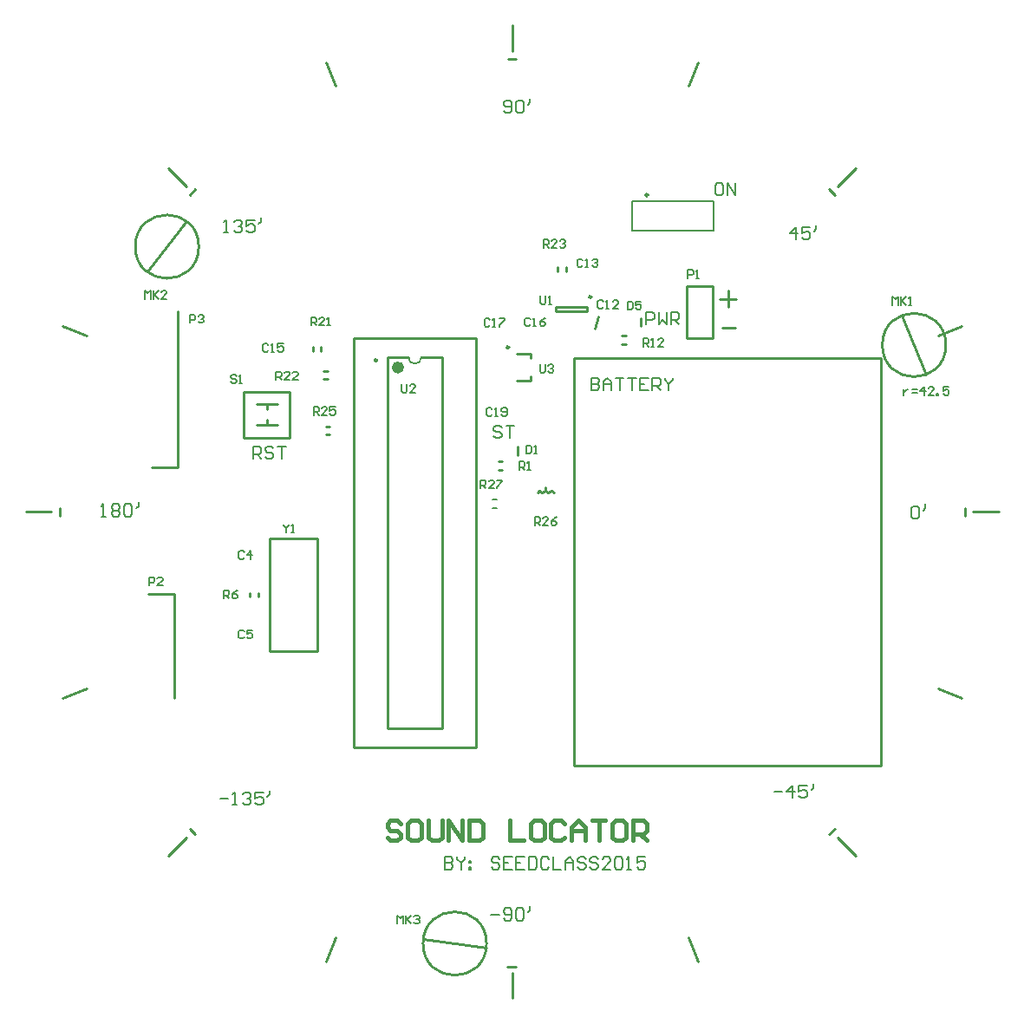
<source format=gto>
G04 Layer_Color=65535*
%FSLAX25Y25*%
%MOIN*%
G70*
G01*
G75*
%ADD24C,0.01000*%
%ADD40C,0.00984*%
%ADD41C,0.00787*%
%ADD42C,0.02362*%
%ADD43C,0.01575*%
D24*
X-9843Y-165945D02*
G03*
X-9843Y-165945I-12205J0D01*
G01*
X166732Y64152D02*
G03*
X166732Y64152I-12205J0D01*
G01*
X-120473Y101969D02*
G03*
X-120473Y101969I-12205J0D01*
G01*
X80709Y70866D02*
X85827D01*
X79921Y81890D02*
X86221D01*
X83071Y78740D02*
Y85039D01*
X12795Y9606D02*
X12835Y8071D01*
X15079D02*
X15984Y7402D01*
X13819Y7362D02*
X15079Y8071D01*
X12835D02*
X13819Y7362D01*
X11614D02*
X12835Y8071D01*
X10591Y8150D02*
X11614Y7362D01*
X9882Y7402D02*
X10591Y8150D01*
X-34148Y-164352D02*
X-9947Y-167538D01*
X149857Y75428D02*
X159198Y52877D01*
X-140107Y92286D02*
X-125247Y111651D01*
X-85433Y28543D02*
Y46260D01*
X-103150D02*
X-85433D01*
X-103150Y28543D02*
Y46260D01*
Y28543D02*
X-85433D01*
X-98228Y33465D02*
X-90354D01*
X-94291D02*
Y35433D01*
Y39370D02*
Y41339D01*
X-98228D02*
X-90354D01*
X-128661Y17047D02*
Y77047D01*
X-138661Y17047D02*
X-128661D01*
X2165Y21850D02*
Y25000D01*
X-5315Y16142D02*
X-3740D01*
X-5315Y19291D02*
X-3740D01*
X49409Y71457D02*
Y74606D01*
X42126Y64567D02*
X43701D01*
X42126Y67716D02*
X43701D01*
X17520Y92520D02*
Y94095D01*
X20669Y92520D02*
Y94095D01*
X-93209Y-53553D02*
Y-10226D01*
X-74902D01*
Y-53553D02*
Y-10226D01*
X-93209Y-53553D02*
X-74902D01*
X-47835Y-83071D02*
Y59449D01*
X-26969Y-83071D02*
Y59449D01*
X-47835D02*
X-39902D01*
X-34902D02*
X-26969D01*
X-47835Y-83071D02*
X-26969D01*
X16732Y76968D02*
X28937D01*
X16732Y78937D02*
X28937D01*
X16732Y76968D02*
Y78937D01*
X28937Y76968D02*
Y78937D01*
X174016Y-1575D02*
Y1575D01*
X121729Y123956D02*
X123956Y121729D01*
X-1575Y174016D02*
X1575D01*
X-123956Y121729D02*
X-121729Y123956D01*
X-174016Y-1575D02*
Y1575D01*
X-123956Y-121729D02*
X-121729Y-123956D01*
X-1772Y-174803D02*
X1378Y-174803D01*
X121729Y-123956D02*
X123956Y-121729D01*
X7185Y50295D02*
Y52067D01*
Y58957D02*
Y60742D01*
X1870Y60728D02*
X7185D01*
X1870Y50295D02*
X7185D01*
X67244Y66693D02*
Y86693D01*
X77244Y66693D02*
Y86693D01*
X67244Y66693D02*
X77244D01*
X67244Y86693D02*
X77244D01*
X-97638Y-32677D02*
Y-31102D01*
X-100787Y-32677D02*
Y-31102D01*
X-72441Y50984D02*
X-70866D01*
X-72441Y54134D02*
X-70866D01*
X-129842Y-71535D02*
Y-31535D01*
X-139842D02*
X-129842D01*
X-71654Y32874D02*
X-70079D01*
X-71654Y29724D02*
X-70079D01*
X-73425Y61811D02*
Y63386D01*
X-76575Y61811D02*
Y63386D01*
X163679Y67798D02*
X172773Y71565D01*
X31890Y70472D02*
X33268Y75197D01*
X125275Y125275D02*
X132235Y132235D01*
X-132235D02*
X-125275Y125275D01*
X-187008Y0D02*
X-177165D01*
X-132235Y-132235D02*
X-125275Y-125275D01*
X0Y-187008D02*
Y-177165D01*
X125275Y-125275D02*
X132235Y-132235D01*
X-61024Y66929D02*
X-13780D01*
Y-85630D02*
Y66929D01*
Y-90551D02*
Y-85630D01*
X-61024Y-90551D02*
X-13780D01*
X-61024D02*
Y66929D01*
X23622Y59055D02*
X141732D01*
X23622Y-97441D02*
Y59055D01*
Y-97441D02*
X141732D01*
X141732Y-97441D02*
Y59055D01*
X0Y177165D02*
Y187008D01*
X177165Y0D02*
X187008D01*
X163679Y67798D02*
X172773Y71565D01*
X125275Y125275D02*
X132235Y132235D01*
X67798Y163679D02*
X71565Y172773D01*
X0Y177165D02*
Y187008D01*
X-71565Y172773D02*
X-67798Y163679D01*
X-132235Y132235D02*
X-125275Y125275D01*
X-172773Y71565D02*
X-163679Y67798D01*
X-187008Y0D02*
X-177165D01*
X-172773Y-71565D02*
X-163679Y-67798D01*
X-132235Y-132235D02*
X-125275Y-125275D01*
X-71565Y-172773D02*
X-67798Y-163679D01*
X0Y-187008D02*
Y-177165D01*
X67798Y-163679D02*
X71565Y-172773D01*
X125275Y-125275D02*
X132235Y-132235D01*
X163679Y-67798D02*
X172773Y-71565D01*
D40*
X52264Y121850D02*
G03*
X52264Y121850I-492J0D01*
G01*
X-51909Y58307D02*
G03*
X-51909Y58307I-492J0D01*
G01*
X30512Y82677D02*
G03*
X30512Y82677I-492J0D01*
G01*
X-1181Y63287D02*
G03*
X-1181Y63287I-492J0D01*
G01*
D41*
X-39902Y59449D02*
G03*
X-34902Y59449I2500J0D01*
G01*
X46260Y108268D02*
Y119291D01*
Y108268D02*
X77284D01*
Y119291D01*
X46260D02*
X77284D01*
X-7480Y4724D02*
X-5906D01*
X-7480Y1575D02*
X-5906D01*
X-99606Y20472D02*
Y25195D01*
X-97245D01*
X-96458Y24408D01*
Y22834D01*
X-97245Y22047D01*
X-99606D01*
X-98032D02*
X-96458Y20472D01*
X-91735Y24408D02*
X-92522Y25195D01*
X-94096D01*
X-94883Y24408D01*
Y23621D01*
X-94096Y22834D01*
X-92522D01*
X-91735Y22047D01*
Y21260D01*
X-92522Y20472D01*
X-94096D01*
X-94883Y21260D01*
X-90161Y25195D02*
X-87012D01*
X-88586D01*
Y20472D01*
X51575Y72047D02*
Y76770D01*
X53936D01*
X54723Y75983D01*
Y74409D01*
X53936Y73621D01*
X51575D01*
X56298Y76770D02*
Y72047D01*
X57872Y73621D01*
X59446Y72047D01*
Y76770D01*
X61021Y72047D02*
Y76770D01*
X63382D01*
X64169Y75983D01*
Y74409D01*
X63382Y73621D01*
X61021D01*
X62595D02*
X64169Y72047D01*
X-3938Y32282D02*
X-4725Y33069D01*
X-6300D01*
X-7087Y32282D01*
Y31495D01*
X-6300Y30708D01*
X-4725D01*
X-3938Y29921D01*
Y29134D01*
X-4725Y28346D01*
X-6300D01*
X-7087Y29134D01*
X-2364Y33069D02*
X785D01*
X-789D01*
Y28346D01*
X80314Y126376D02*
X78740D01*
X77953Y125589D01*
Y122441D01*
X78740Y121653D01*
X80314D01*
X81101Y122441D01*
Y125589D01*
X80314Y126376D01*
X82676Y121653D02*
Y126376D01*
X85824Y121653D01*
Y126376D01*
X-12183Y9090D02*
Y12238D01*
X-10608D01*
X-10084Y11714D01*
Y10664D01*
X-10608Y10139D01*
X-12183D01*
X-11133D02*
X-10084Y9090D01*
X-6935D02*
X-9034D01*
X-6935Y11189D01*
Y11714D01*
X-7460Y12238D01*
X-8509D01*
X-9034Y11714D01*
X-5886Y12238D02*
X-3786D01*
Y11714D01*
X-5886Y9614D01*
Y9090D01*
X8661Y-5118D02*
Y-1970D01*
X10236D01*
X10761Y-2494D01*
Y-3544D01*
X10236Y-4069D01*
X8661D01*
X9711D02*
X10761Y-5118D01*
X13909D02*
X11810D01*
X13909Y-3019D01*
Y-2494D01*
X13384Y-1970D01*
X12335D01*
X11810Y-2494D01*
X17058Y-1970D02*
X16008Y-2494D01*
X14959Y-3544D01*
Y-4593D01*
X15483Y-5118D01*
X16533D01*
X17058Y-4593D01*
Y-4069D01*
X16533Y-3544D01*
X14959D01*
X-44094Y-158268D02*
Y-155119D01*
X-43045Y-156169D01*
X-41995Y-155119D01*
Y-158268D01*
X-40946Y-155119D02*
Y-158268D01*
Y-157218D01*
X-38847Y-155119D01*
X-40421Y-156693D01*
X-38847Y-158268D01*
X-37797Y-155644D02*
X-37273Y-155119D01*
X-36223D01*
X-35698Y-155644D01*
Y-156169D01*
X-36223Y-156693D01*
X-36748D01*
X-36223D01*
X-35698Y-157218D01*
Y-157743D01*
X-36223Y-158268D01*
X-37273D01*
X-37797Y-157743D01*
X-141142Y81890D02*
Y85038D01*
X-140092Y83989D01*
X-139043Y85038D01*
Y81890D01*
X-137993Y85038D02*
Y81890D01*
Y82939D01*
X-135894Y85038D01*
X-137468Y83464D01*
X-135894Y81890D01*
X-132746D02*
X-134845D01*
X-132746Y83989D01*
Y84514D01*
X-133270Y85038D01*
X-134320D01*
X-134845Y84514D01*
X146260Y79528D02*
Y82676D01*
X147309Y81627D01*
X148359Y82676D01*
Y79528D01*
X149408Y82676D02*
Y79528D01*
Y80577D01*
X151507Y82676D01*
X149933Y81102D01*
X151507Y79528D01*
X152557D02*
X153606D01*
X153082D01*
Y82676D01*
X152557Y82151D01*
X-87992Y-4725D02*
Y-5250D01*
X-86943Y-6300D01*
X-85893Y-5250D01*
Y-4725D01*
X-86943Y-6300D02*
Y-7874D01*
X-84843D02*
X-83794D01*
X-84319D01*
Y-4725D01*
X-84843Y-5250D01*
X-105962Y52163D02*
X-106486Y52688D01*
X-107536D01*
X-108061Y52163D01*
Y51638D01*
X-107536Y51114D01*
X-106486D01*
X-105962Y50589D01*
Y50064D01*
X-106486Y49539D01*
X-107536D01*
X-108061Y50064D01*
X-104912Y49539D02*
X-103863D01*
X-104387D01*
Y52688D01*
X-104912Y52163D01*
X-76361Y37239D02*
Y40388D01*
X-74786D01*
X-74262Y39863D01*
Y38814D01*
X-74786Y38289D01*
X-76361D01*
X-75311D02*
X-74262Y37239D01*
X-71113D02*
X-73212D01*
X-71113Y39338D01*
Y39863D01*
X-71638Y40388D01*
X-72687D01*
X-73212Y39863D01*
X-67964Y40388D02*
X-70064D01*
Y38814D01*
X-69014Y39338D01*
X-68489D01*
X-67964Y38814D01*
Y37764D01*
X-68489Y37239D01*
X-69539D01*
X-70064Y37764D01*
X12008Y101575D02*
Y104723D01*
X13582D01*
X14107Y104199D01*
Y103149D01*
X13582Y102624D01*
X12008D01*
X13057D02*
X14107Y101575D01*
X17255D02*
X15157D01*
X17255Y103674D01*
Y104199D01*
X16731Y104723D01*
X15681D01*
X15157Y104199D01*
X18305D02*
X18830Y104723D01*
X19879D01*
X20404Y104199D01*
Y103674D01*
X19879Y103149D01*
X19355D01*
X19879D01*
X20404Y102624D01*
Y102100D01*
X19879Y101575D01*
X18830D01*
X18305Y102100D01*
X-77361Y71639D02*
Y74788D01*
X-75786D01*
X-75262Y74263D01*
Y73214D01*
X-75786Y72689D01*
X-77361D01*
X-76311D02*
X-75262Y71639D01*
X-72113D02*
X-74212D01*
X-72113Y73738D01*
Y74263D01*
X-72638Y74788D01*
X-73687D01*
X-74212Y74263D01*
X-71064Y71639D02*
X-70014D01*
X-70539D01*
Y74788D01*
X-71064Y74263D01*
X2756Y16142D02*
Y19290D01*
X4330D01*
X4855Y18766D01*
Y17716D01*
X4330Y17191D01*
X2756D01*
X3805D02*
X4855Y16142D01*
X5904D02*
X6954D01*
X6429D01*
Y19290D01*
X5904Y18766D01*
X-139561Y-28261D02*
Y-25112D01*
X-137986D01*
X-137462Y-25637D01*
Y-26686D01*
X-137986Y-27211D01*
X-139561D01*
X-134313Y-28261D02*
X-136412D01*
X-134313Y-26162D01*
Y-25637D01*
X-134838Y-25112D01*
X-135887D01*
X-136412Y-25637D01*
X44291Y80905D02*
Y77756D01*
X45866D01*
X46390Y78281D01*
Y80380D01*
X45866Y80905D01*
X44291D01*
X49539D02*
X47440D01*
Y79330D01*
X48489Y79855D01*
X49014D01*
X49539Y79330D01*
Y78281D01*
X49014Y77756D01*
X47965D01*
X47440Y78281D01*
X5315Y25589D02*
Y22441D01*
X6889D01*
X7414Y22966D01*
Y25065D01*
X6889Y25589D01*
X5315D01*
X8463Y22441D02*
X9513D01*
X8988D01*
Y25589D01*
X8463Y25065D01*
X50394Y63583D02*
Y66731D01*
X51968D01*
X52493Y66207D01*
Y65157D01*
X51968Y64632D01*
X50394D01*
X51443D02*
X52493Y63583D01*
X53542D02*
X54592D01*
X54067D01*
Y66731D01*
X53542Y66207D01*
X58265Y63583D02*
X56166D01*
X58265Y65682D01*
Y66207D01*
X57740Y66731D01*
X56691D01*
X56166Y66207D01*
X-123819Y72638D02*
Y75786D01*
X-122245D01*
X-121720Y75262D01*
Y74212D01*
X-122245Y73687D01*
X-123819D01*
X-120670Y75262D02*
X-120145Y75786D01*
X-119096D01*
X-118571Y75262D01*
Y74737D01*
X-119096Y74212D01*
X-119621D01*
X-119096D01*
X-118571Y73687D01*
Y73163D01*
X-119096Y72638D01*
X-120145D01*
X-120670Y73163D01*
X-42520Y49015D02*
Y46391D01*
X-41995Y45866D01*
X-40945D01*
X-40421Y46391D01*
Y49015D01*
X-37272Y45866D02*
X-39371D01*
X-37272Y47965D01*
Y48490D01*
X-37797Y49015D01*
X-38846D01*
X-39371Y48490D01*
X-103019Y-15486D02*
X-103544Y-14962D01*
X-104593D01*
X-105118Y-15486D01*
Y-17585D01*
X-104593Y-18110D01*
X-103544D01*
X-103019Y-17585D01*
X-100395Y-18110D02*
Y-14962D01*
X-101970Y-16536D01*
X-99871D01*
X-103019Y-45998D02*
X-103544Y-45474D01*
X-104593D01*
X-105118Y-45998D01*
Y-48097D01*
X-104593Y-48622D01*
X-103544D01*
X-103019Y-48097D01*
X-99871Y-45474D02*
X-101970D01*
Y-47048D01*
X-100920Y-46523D01*
X-100395D01*
X-99871Y-47048D01*
Y-48097D01*
X-100395Y-48622D01*
X-101445D01*
X-101970Y-48097D01*
X10827Y83070D02*
Y80446D01*
X11351Y79921D01*
X12401D01*
X12926Y80446D01*
Y83070D01*
X13975Y79921D02*
X15025D01*
X14500D01*
Y83070D01*
X13975Y82545D01*
X34973Y80773D02*
X34448Y81298D01*
X33399D01*
X32874Y80773D01*
Y78674D01*
X33399Y78150D01*
X34448D01*
X34973Y78674D01*
X36023Y78150D02*
X37072D01*
X36547D01*
Y81298D01*
X36023Y80773D01*
X40745Y78150D02*
X38646D01*
X40745Y80249D01*
Y80773D01*
X40221Y81298D01*
X39171D01*
X38646Y80773D01*
X27099Y96718D02*
X26574Y97243D01*
X25525D01*
X25000Y96718D01*
Y94619D01*
X25525Y94095D01*
X26574D01*
X27099Y94619D01*
X28149Y94095D02*
X29198D01*
X28673D01*
Y97243D01*
X28149Y96718D01*
X30772D02*
X31297Y97243D01*
X32347D01*
X32871Y96718D01*
Y96193D01*
X32347Y95669D01*
X31822D01*
X32347D01*
X32871Y95144D01*
Y94619D01*
X32347Y94095D01*
X31297D01*
X30772Y94619D01*
X-93767Y64238D02*
X-94292Y64763D01*
X-95341D01*
X-95866Y64238D01*
Y62139D01*
X-95341Y61614D01*
X-94292D01*
X-93767Y62139D01*
X-92718Y61614D02*
X-91668D01*
X-92193D01*
Y64763D01*
X-92718Y64238D01*
X-87995Y64763D02*
X-90094D01*
Y63188D01*
X-89044Y63713D01*
X-88519D01*
X-87995Y63188D01*
Y62139D01*
X-88519Y61614D01*
X-89569D01*
X-90094Y62139D01*
X7020Y74080D02*
X6496Y74605D01*
X5446D01*
X4921Y74080D01*
Y71982D01*
X5446Y71457D01*
X6496D01*
X7020Y71982D01*
X8070Y71457D02*
X9119D01*
X8595D01*
Y74605D01*
X8070Y74080D01*
X12793Y74605D02*
X11743Y74080D01*
X10694Y73031D01*
Y71982D01*
X11218Y71457D01*
X12268D01*
X12793Y71982D01*
Y72506D01*
X12268Y73031D01*
X10694D01*
X-8531Y73884D02*
X-9056Y74408D01*
X-10105D01*
X-10630Y73884D01*
Y71785D01*
X-10105Y71260D01*
X-9056D01*
X-8531Y71785D01*
X-7481Y71260D02*
X-6432D01*
X-6957D01*
Y74408D01*
X-7481Y73884D01*
X-4857Y74408D02*
X-2758D01*
Y73884D01*
X-4857Y71785D01*
Y71260D01*
X-7744Y39435D02*
X-8268Y39960D01*
X-9318D01*
X-9843Y39435D01*
Y37336D01*
X-9318Y36811D01*
X-8268D01*
X-7744Y37336D01*
X-6694Y36811D02*
X-5644D01*
X-6169D01*
Y39960D01*
X-6694Y39435D01*
X-4070Y37336D02*
X-3545Y36811D01*
X-2496D01*
X-1971Y37336D01*
Y39435D01*
X-2496Y39960D01*
X-3545D01*
X-4070Y39435D01*
Y38910D01*
X-3545Y38385D01*
X-1971D01*
X10630Y56692D02*
Y54068D01*
X11155Y53543D01*
X12204D01*
X12729Y54068D01*
Y56692D01*
X13779Y56167D02*
X14303Y56692D01*
X15353D01*
X15878Y56167D01*
Y55642D01*
X15353Y55118D01*
X14828D01*
X15353D01*
X15878Y54593D01*
Y54068D01*
X15353Y53543D01*
X14303D01*
X13779Y54068D01*
X67539Y89939D02*
Y93088D01*
X69114D01*
X69638Y92563D01*
Y91514D01*
X69114Y90989D01*
X67539D01*
X70688Y89939D02*
X71737D01*
X71213D01*
Y93088D01*
X70688Y92563D01*
X-110827Y-33268D02*
Y-30119D01*
X-109253D01*
X-108728Y-30644D01*
Y-31693D01*
X-109253Y-32218D01*
X-110827D01*
X-109777D02*
X-108728Y-33268D01*
X-105579Y-30119D02*
X-106629Y-30644D01*
X-107678Y-31693D01*
Y-32743D01*
X-107153Y-33268D01*
X-106104D01*
X-105579Y-32743D01*
Y-32218D01*
X-106104Y-31693D01*
X-107678D01*
X-90748Y50787D02*
Y53936D01*
X-89174D01*
X-88649Y53411D01*
Y52362D01*
X-89174Y51837D01*
X-90748D01*
X-89698D02*
X-88649Y50787D01*
X-85500D02*
X-87599D01*
X-85500Y52886D01*
Y53411D01*
X-86025Y53936D01*
X-87075D01*
X-87599Y53411D01*
X-82352Y50787D02*
X-84451D01*
X-82352Y52886D01*
Y53411D01*
X-82877Y53936D01*
X-83926D01*
X-84451Y53411D01*
X100787Y-107678D02*
X103936D01*
X107872Y-110039D02*
Y-105316D01*
X105510Y-107678D01*
X108659D01*
X113382Y-105316D02*
X110233D01*
Y-107678D01*
X111807Y-106891D01*
X112595D01*
X113382Y-107678D01*
Y-109252D01*
X112595Y-110039D01*
X111020D01*
X110233Y-109252D01*
X115743Y-104529D02*
Y-106104D01*
X114956Y-106891D01*
X-8071Y-154725D02*
X-4922D01*
X-3348Y-156299D02*
X-2561Y-157087D01*
X-987D01*
X-199Y-156299D01*
Y-153151D01*
X-987Y-152364D01*
X-2561D01*
X-3348Y-153151D01*
Y-153938D01*
X-2561Y-154725D01*
X-199D01*
X1375Y-153151D02*
X2162Y-152364D01*
X3736D01*
X4524Y-153151D01*
Y-156299D01*
X3736Y-157087D01*
X2162D01*
X1375Y-156299D01*
Y-153151D01*
X6885Y-151577D02*
Y-153151D01*
X6098Y-153938D01*
X-112205Y-110237D02*
X-109056D01*
X-107482Y-112598D02*
X-105907D01*
X-106695D01*
Y-107876D01*
X-107482Y-108663D01*
X-103546D02*
X-102759Y-107876D01*
X-101185D01*
X-100398Y-108663D01*
Y-109450D01*
X-101185Y-110237D01*
X-101972D01*
X-101185D01*
X-100398Y-111024D01*
Y-111811D01*
X-101185Y-112598D01*
X-102759D01*
X-103546Y-111811D01*
X-95675Y-107876D02*
X-98823D01*
Y-110237D01*
X-97249Y-109450D01*
X-96462D01*
X-95675Y-110237D01*
Y-111811D01*
X-96462Y-112598D01*
X-98036D01*
X-98823Y-111811D01*
X-93313Y-107088D02*
Y-108663D01*
X-94100Y-109450D01*
X-157874Y-1772D02*
X-156300D01*
X-157087D01*
Y2951D01*
X-157874Y2164D01*
X-153938D02*
X-153151Y2951D01*
X-151577D01*
X-150790Y2164D01*
Y1377D01*
X-151577Y590D01*
X-150790Y-197D01*
Y-984D01*
X-151577Y-1772D01*
X-153151D01*
X-153938Y-984D01*
Y-197D01*
X-153151Y590D01*
X-153938Y1377D01*
Y2164D01*
X-153151Y590D02*
X-151577D01*
X-149215Y2164D02*
X-148428Y2951D01*
X-146854D01*
X-146067Y2164D01*
Y-984D01*
X-146854Y-1772D01*
X-148428D01*
X-149215Y-984D01*
Y2164D01*
X-143705Y3738D02*
Y2164D01*
X-144492Y1377D01*
X-110827Y107480D02*
X-109253D01*
X-110040D01*
Y112203D01*
X-110827Y111416D01*
X-106891D02*
X-106104Y112203D01*
X-104530D01*
X-103742Y111416D01*
Y110629D01*
X-104530Y109842D01*
X-105317D01*
X-104530D01*
X-103742Y109055D01*
Y108267D01*
X-104530Y107480D01*
X-106104D01*
X-106891Y108267D01*
X-99020Y112203D02*
X-102168D01*
Y109842D01*
X-100594Y110629D01*
X-99807D01*
X-99020Y109842D01*
Y108267D01*
X-99807Y107480D01*
X-101381D01*
X-102168Y108267D01*
X-96658Y112990D02*
Y111416D01*
X-97445Y110629D01*
X-3347Y154134D02*
X-2559Y153347D01*
X-985D01*
X-198Y154134D01*
Y157282D01*
X-985Y158069D01*
X-2559D01*
X-3347Y157282D01*
Y156495D01*
X-2559Y155708D01*
X-198D01*
X1376Y157282D02*
X2164Y158069D01*
X3738D01*
X4525Y157282D01*
Y154134D01*
X3738Y153347D01*
X2164D01*
X1376Y154134D01*
Y157282D01*
X6887Y158856D02*
Y157282D01*
X6099Y156495D01*
X109054Y104724D02*
Y109447D01*
X106693Y107086D01*
X109842D01*
X114564Y109447D02*
X111416D01*
Y107086D01*
X112990Y107873D01*
X113777D01*
X114564Y107086D01*
Y105512D01*
X113777Y104724D01*
X112203D01*
X111416Y105512D01*
X116926Y110234D02*
Y108660D01*
X116139Y107873D01*
X153347Y1377D02*
X154134Y2164D01*
X155708D01*
X156495Y1377D01*
Y-1772D01*
X155708Y-2559D01*
X154134D01*
X153347Y-1772D01*
Y1377D01*
X158856Y2951D02*
Y1377D01*
X158069Y589D01*
X-25984Y-132679D02*
Y-137402D01*
X-23623D01*
X-22836Y-136614D01*
Y-135827D01*
X-23623Y-135040D01*
X-25984D01*
X-23623D01*
X-22836Y-134253D01*
Y-133466D01*
X-23623Y-132679D01*
X-25984D01*
X-21261D02*
Y-133466D01*
X-19687Y-135040D01*
X-18113Y-133466D01*
Y-132679D01*
X-19687Y-135040D02*
Y-137402D01*
X-16538Y-134253D02*
X-15751D01*
Y-135040D01*
X-16538D01*
Y-134253D01*
Y-136614D02*
X-15751D01*
Y-137402D01*
X-16538D01*
Y-136614D01*
X-4731Y-133466D02*
X-5518Y-132679D01*
X-7093D01*
X-7880Y-133466D01*
Y-134253D01*
X-7093Y-135040D01*
X-5518D01*
X-4731Y-135827D01*
Y-136614D01*
X-5518Y-137402D01*
X-7093D01*
X-7880Y-136614D01*
X-8Y-132679D02*
X-3157D01*
Y-137402D01*
X-8D01*
X-3157Y-135040D02*
X-1583D01*
X4715Y-132679D02*
X1566D01*
Y-137402D01*
X4715D01*
X1566Y-135040D02*
X3140D01*
X6289Y-132679D02*
Y-137402D01*
X8650D01*
X9437Y-136614D01*
Y-133466D01*
X8650Y-132679D01*
X6289D01*
X14160Y-133466D02*
X13373Y-132679D01*
X11799D01*
X11012Y-133466D01*
Y-136614D01*
X11799Y-137402D01*
X13373D01*
X14160Y-136614D01*
X15734Y-132679D02*
Y-137402D01*
X18883D01*
X20457D02*
Y-134253D01*
X22032Y-132679D01*
X23606Y-134253D01*
Y-137402D01*
Y-135040D01*
X20457D01*
X28329Y-133466D02*
X27542Y-132679D01*
X25967D01*
X25180Y-133466D01*
Y-134253D01*
X25967Y-135040D01*
X27542D01*
X28329Y-135827D01*
Y-136614D01*
X27542Y-137402D01*
X25967D01*
X25180Y-136614D01*
X33052Y-133466D02*
X32265Y-132679D01*
X30690D01*
X29903Y-133466D01*
Y-134253D01*
X30690Y-135040D01*
X32265D01*
X33052Y-135827D01*
Y-136614D01*
X32265Y-137402D01*
X30690D01*
X29903Y-136614D01*
X37775Y-137402D02*
X34626D01*
X37775Y-134253D01*
Y-133466D01*
X36988Y-132679D01*
X35413D01*
X34626Y-133466D01*
X39349D02*
X40136Y-132679D01*
X41710D01*
X42498Y-133466D01*
Y-136614D01*
X41710Y-137402D01*
X40136D01*
X39349Y-136614D01*
Y-133466D01*
X44072Y-137402D02*
X45646D01*
X44859D01*
Y-132679D01*
X44072Y-133466D01*
X51156Y-132679D02*
X48008D01*
Y-135040D01*
X49582Y-134253D01*
X50369D01*
X51156Y-135040D01*
Y-136614D01*
X50369Y-137402D01*
X48795D01*
X48008Y-136614D01*
X150591Y46981D02*
Y44882D01*
Y45931D01*
X151115Y46456D01*
X151640Y46981D01*
X152165D01*
X153739Y45931D02*
X155838D01*
X153739Y46981D02*
X155838D01*
X158462Y44882D02*
Y48030D01*
X156888Y46456D01*
X158987D01*
X162135Y44882D02*
X160036D01*
X162135Y46981D01*
Y47506D01*
X161611Y48030D01*
X160561D01*
X160036Y47506D01*
X163185Y44882D02*
Y45407D01*
X163710D01*
Y44882D01*
X163185D01*
X167908Y48030D02*
X165809D01*
Y46456D01*
X166858Y46981D01*
X167383D01*
X167908Y46456D01*
Y45407D01*
X167383Y44882D01*
X166333D01*
X165809Y45407D01*
X30315Y51573D02*
Y46850D01*
X32676D01*
X33463Y47638D01*
Y48425D01*
X32676Y49212D01*
X30315D01*
X32676D01*
X33463Y49999D01*
Y50786D01*
X32676Y51573D01*
X30315D01*
X35038Y46850D02*
Y49999D01*
X36612Y51573D01*
X38186Y49999D01*
Y46850D01*
Y49212D01*
X35038D01*
X39761Y51573D02*
X42909D01*
X41335D01*
Y46850D01*
X44484Y51573D02*
X47632D01*
X46058D01*
Y46850D01*
X52355Y51573D02*
X49207D01*
Y46850D01*
X52355D01*
X49207Y49212D02*
X50781D01*
X53929Y46850D02*
Y51573D01*
X56291D01*
X57078Y50786D01*
Y49212D01*
X56291Y48425D01*
X53929D01*
X55504D02*
X57078Y46850D01*
X58652Y51573D02*
Y50786D01*
X60227Y49212D01*
X61801Y50786D01*
Y51573D01*
X60227Y49212D02*
Y46850D01*
D42*
X-42717Y55512D02*
G03*
X-42717Y55512I-1181J0D01*
G01*
D43*
X-42784Y-119818D02*
X-44096Y-118507D01*
X-46720D01*
X-48031Y-119818D01*
Y-121130D01*
X-46720Y-122442D01*
X-44096D01*
X-42784Y-123754D01*
Y-125066D01*
X-44096Y-126378D01*
X-46720D01*
X-48031Y-125066D01*
X-36224Y-118507D02*
X-38848D01*
X-40160Y-119818D01*
Y-125066D01*
X-38848Y-126378D01*
X-36224D01*
X-34912Y-125066D01*
Y-119818D01*
X-36224Y-118507D01*
X-32289D02*
Y-125066D01*
X-30977Y-126378D01*
X-28353D01*
X-27041Y-125066D01*
Y-118507D01*
X-24417Y-126378D02*
Y-118507D01*
X-19169Y-126378D01*
Y-118507D01*
X-16546D02*
Y-126378D01*
X-12610D01*
X-11298Y-125066D01*
Y-119818D01*
X-12610Y-118507D01*
X-16546D01*
X-803D02*
Y-126378D01*
X4445D01*
X11005Y-118507D02*
X8381D01*
X7069Y-119818D01*
Y-125066D01*
X8381Y-126378D01*
X11005D01*
X12316Y-125066D01*
Y-119818D01*
X11005Y-118507D01*
X20188Y-119818D02*
X18876Y-118507D01*
X16252D01*
X14940Y-119818D01*
Y-125066D01*
X16252Y-126378D01*
X18876D01*
X20188Y-125066D01*
X22812Y-126378D02*
Y-121130D01*
X25436Y-118507D01*
X28060Y-121130D01*
Y-126378D01*
Y-122442D01*
X22812D01*
X30683Y-118507D02*
X35931D01*
X33307D01*
Y-126378D01*
X42491Y-118507D02*
X39867D01*
X38555Y-119818D01*
Y-125066D01*
X39867Y-126378D01*
X42491D01*
X43802Y-125066D01*
Y-119818D01*
X42491Y-118507D01*
X46426Y-126378D02*
Y-118507D01*
X50362D01*
X51674Y-119818D01*
Y-122442D01*
X50362Y-123754D01*
X46426D01*
X49050D02*
X51674Y-126378D01*
M02*

</source>
